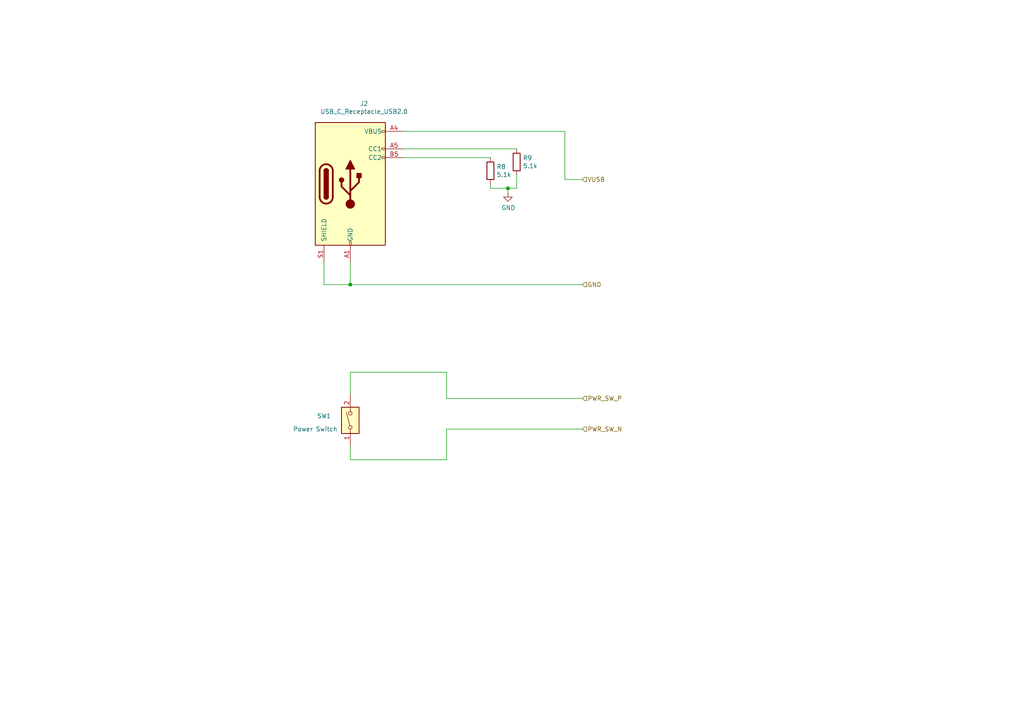
<source format=kicad_sch>
(kicad_sch (version 20211123) (generator eeschema)
  (paper "A4")
  (title_block (date "2022-03-18") (comment 1 "Engineer/Draftsman: Joesphan Lu"))
  (lib_symbols
    (symbol "1KicadLib:USB_C_PWR_ONLY" (pin_names (offset 1.016))
      (property "Reference" "U" (at 8.89 -26.67 0))
      (property "Value" "USB_C_PWR_ONLY" (at -3.81 19.05 0))
      (symbol "USB_C_PWR_ONLY_1_1"
        (rectangle (start -11.43 16.51) (end 8.89 -19.05) (stroke (width 0.254)) (fill (type background)))
        (arc (start -10.16 -5.08) (mid -8.255 -6.985) (end -6.35 -5.08) (stroke (width 0.508)))
        (arc (start -8.89 -5.08) (mid -8.255 -5.715) (end -7.62 -5.08) (stroke (width 0.254)))
        (arc (start -8.89 -5.08) (mid -8.255 -5.715) (end -7.62 -5.08) (stroke (width 0.254)) (fill (type outline)))
        (rectangle (start -8.89 -5.08) (end -7.62 2.54) (stroke (width 0.254)) (fill (type outline)))
        (arc (start -7.62 2.54) (mid -8.255 3.175) (end -8.89 2.54) (stroke (width 0.254)))
        (arc (start -7.62 2.54) (mid -8.255 3.175) (end -8.89 2.54) (stroke (width 0.254)) (fill (type outline)))
        (arc (start -6.35 2.54) (mid -8.255 4.445) (end -10.16 2.54) (stroke (width 0.508)))
        (circle (center -3.81 -0.127) (radius 0.635) (stroke (width 0.254)) (fill (type outline)))
        (rectangle (start -1.524 -19.05) (end -1.016 -18.034))
        (circle (center -1.27 -7.112) (radius 1.27) (fill (type outline)))
        (polyline (pts (xy -10.16 -5.08) (xy -10.16 2.54)) (stroke (width 0.508)))
        (polyline (pts (xy -6.35 2.54) (xy -6.35 -5.08)) (stroke (width 0.508)))
        (polyline (pts (xy -1.27 -7.112) (xy -1.27 3.048)) (stroke (width 0.508)))
        (polyline (pts (xy -1.27 -4.572) (xy -3.81 -2.032) (xy -3.81 -0.762)) (stroke (width 0.508)))
        (polyline (pts (xy -1.27 -3.302) (xy 1.27 -0.762) (xy 1.27 0.508)) (stroke (width 0.508)))
        (polyline (pts (xy -2.54 3.048) (xy -1.27 5.588) (xy 0 3.048) (xy -2.54 3.048)) (stroke (width 0.254)) (fill (type outline)))
        (rectangle (start 0.635 0.508) (end 1.905 1.778) (stroke (width 0.254)) (fill (type outline)))
        (rectangle (start 8.89 6.604) (end 7.874 6.096))
        (rectangle (start 8.89 9.144) (end 7.874 8.636))
        (rectangle (start 8.89 14.224) (end 7.874 13.716))
        (pin passive line (at -1.27 -24.13 90) (length 5.08) (name "GND") (number "A1"))
        (pin passive line (at -1.27 -24.13 90) (length 5.08) hide (name "GND") (number "A12"))
        (pin passive line (at 13.97 13.97 180) (length 5.08) (name "VBUS") (number "A4"))
        (pin bidirectional line (at 13.97 8.89 180) (length 5.08) (name "CC1") (number "A5"))
        (pin passive line (at 13.97 13.97 180) (length 5.08) hide (name "VBUS") (number "A9"))
        (pin passive line (at -1.27 -24.13 90) (length 5.08) hide (name "GND") (number "B1"))
        (pin passive line (at -1.27 -24.13 90) (length 5.08) hide (name "GND") (number "B12"))
        (pin passive line (at 13.97 13.97 180) (length 5.08) hide (name "VBUS") (number "B4"))
        (pin bidirectional line (at 13.97 6.35 180) (length 5.08) (name "CC2") (number "B5"))
        (pin passive line (at 13.97 13.97 180) (length 5.08) hide (name "VBUS") (number "B9"))
        (pin passive line (at -8.89 -24.13 90) (length 5.08) (name "SHIELD") (number "S1"))
      )
    )
    (symbol "Device:R" (pin_numbers hide) (pin_names (offset 0))
      (property "Reference" "R" (at 2.032 0 90))
      (property "Value" "R" (at 0 0 90))
      (symbol "R_0_1"
        (rectangle (start -1.016 -2.54) (end 1.016 2.54) (stroke (width 0.254)))
      )
      (symbol "R_1_1"
        (pin passive line (at 0 3.81 270) (length 1.27) (name "~") (number "1"))
        (pin passive line (at 0 -3.81 90) (length 1.27) (name "~") (number "2"))
      )
    )
    (symbol "Switch:SW_DIP_x01" (pin_names (offset 0) hide)
      (property "Reference" "SW" (at 0 3.81 0))
      (property "Value" "SW_DIP_x01" (at 0 -3.81 0))
      (symbol "SW_DIP_x01_0_0"
        (circle (center -2.032 0) (radius 0.508))
        (polyline (pts (xy -1.524 0.127) (xy 2.3622 1.1684)))
        (circle (center 2.032 0) (radius 0.508))
      )
      (symbol "SW_DIP_x01_0_1"
        (rectangle (start -3.81 2.54) (end 3.81 -2.54) (stroke (width 0.254)) (fill (type background)))
      )
      (symbol "SW_DIP_x01_1_1"
        (pin passive line (at -7.62 0 0) (length 5.08) (name "~") (number "1"))
        (pin passive line (at 7.62 0 180) (length 5.08) (name "~") (number "2"))
      )
    )
    (symbol "power:GND" (power) (pin_names (offset 0))
      (property "Value" "GND" (at 0 -3.81 0))
      (symbol "GND_0_1"
        (polyline (pts (xy 0 0) (xy 0 -1.27) (xy 1.27 -1.27) (xy 0 -2.54) (xy -1.27 -1.27) (xy 0 -1.27)))
      )
      (symbol "GND_1_1"
        (pin power_in line (at 0 0 270) (length 0) hide (name "GND") (number "1"))
      )
    )
  )
  (junction (at 147.32 54.61))
  (junction (at 101.6 82.55))
  (wire (pts (xy 101.6 114.3) (xy 101.6 107.95)))
  (wire (pts (xy 101.6 107.95) (xy 129.54 107.95)))
  (wire (pts (xy 147.32 54.61) (xy 147.32 55.88)))
  (wire (pts (xy 129.54 124.46) (xy 129.54 133.35)))
  (wire (pts (xy 101.6 82.55) (xy 93.98 82.55)))
  (wire (pts (xy 142.24 54.61) (xy 147.32 54.61)))
  (wire (pts (xy 168.91 52.07) (xy 163.83 52.07)))
  (wire (pts (xy 129.54 115.57) (xy 168.91 115.57)))
  (wire (pts (xy 163.83 52.07) (xy 163.83 38.1)))
  (wire (pts (xy 101.6 82.55) (xy 168.91 82.55)))
  (wire (pts (xy 129.54 107.95) (xy 129.54 115.57)))
  (wire (pts (xy 142.24 45.72) (xy 116.84 45.72)))
  (wire (pts (xy 149.86 54.61) (xy 149.86 50.8)))
  (wire (pts (xy 142.24 53.34) (xy 142.24 54.61)))
  (wire (pts (xy 163.83 38.1) (xy 116.84 38.1)))
  (wire (pts (xy 147.32 54.61) (xy 149.86 54.61)))
  (wire (pts (xy 101.6 133.35) (xy 101.6 129.54)))
  (wire (pts (xy 93.98 82.55) (xy 93.98 76.2)))
  (wire (pts (xy 129.54 133.35) (xy 101.6 133.35)))
  (wire (pts (xy 101.6 76.2) (xy 101.6 82.55)))
  (wire (pts (xy 116.84 43.18) (xy 149.86 43.18)))
  (wire (pts (xy 168.91 124.46) (xy 129.54 124.46)))
  (hierarchical_label "PWR_SW_P" (shape input) (at 168.91 115.57 0))
  (hierarchical_label "VUSB" (shape input) (at 168.91 52.07 0))
  (hierarchical_label "GND" (shape input) (at 168.91 82.55 0))
  (hierarchical_label "PWR_SW_N" (shape input) (at 168.91 124.46 0))
  (symbol (lib_id "1KicadLib:USB_C_PWR_ONLY") (at 102.87 52.07 0) (unit 1)
    (property "Reference" "J2" (at 105.5878 30.0482 0))
    (property "Value" "USB_C_Receptacle_USB2.0" (at 105.5878 32.3596 0))
    (property "Footprint" "1KicadLib:USB4125-GF-A" (effects hide))
    (property "Datasheet" "https://www.usb.org/sites/default/files/documents/usb_type-c.zip" (effects hide))
  )
  (symbol (lib_id "Device:R") (at 142.24 49.53 0) (unit 1)
    (property "Reference" "R8" (at 144.018 48.3616 0) (effects (justify left)))
    (property "Value" "5.1k" (at 144.018 50.673 0) (effects (justify left)))
    (property "Footprint" "Resistor_SMD:R_0805_2012Metric_Pad1.20x1.40mm_HandSolder" (effects hide))
  )
  (symbol (lib_id "Device:R") (at 149.86 46.99 0) (unit 1)
    (property "Reference" "R9" (at 151.638 45.8216 0) (effects (justify left)))
    (property "Value" "5.1k" (at 151.638 48.133 0) (effects (justify left)))
    (property "Footprint" "Resistor_SMD:R_0805_2012Metric_Pad1.20x1.40mm_HandSolder" (effects hide))
  )
  (symbol (lib_id "power:GND") (at 147.32 55.88 0) (unit 1)
    (property "Reference" "#PWR0125" (effects hide))
    (property "Value" "GND" (at 147.447 60.2742 0))
  )
  (symbol (lib_id "Switch:SW_DIP_x01") (at 101.6 121.92 90) (unit 1)
    (property "Reference" "SW1" (at 93.98 120.65 90))
    (property "Value" "Power Switch" (at 91.44 124.46 90))
    (property "Footprint" "Connector_PinHeader_2.54mm:PinHeader_1x02_P2.54mm_Vertical" (effects hide))
  )
)
</source>
